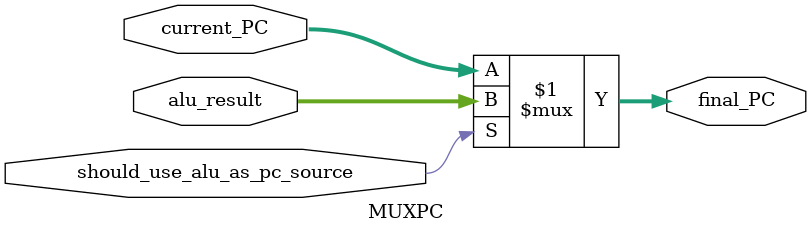
<source format=v>
module MUXPC
#(
    parameter DATA_WIDTH = 32
)(
    input should_use_alu_as_pc_source,
    input [DATA_WIDTH - 1:0] alu_result, current_PC,
    output [DATA_WIDTH - 1:0] final_PC
);

    assign final_PC = (should_use_alu_as_pc_source) ? alu_result : current_PC;

endmodule

</source>
